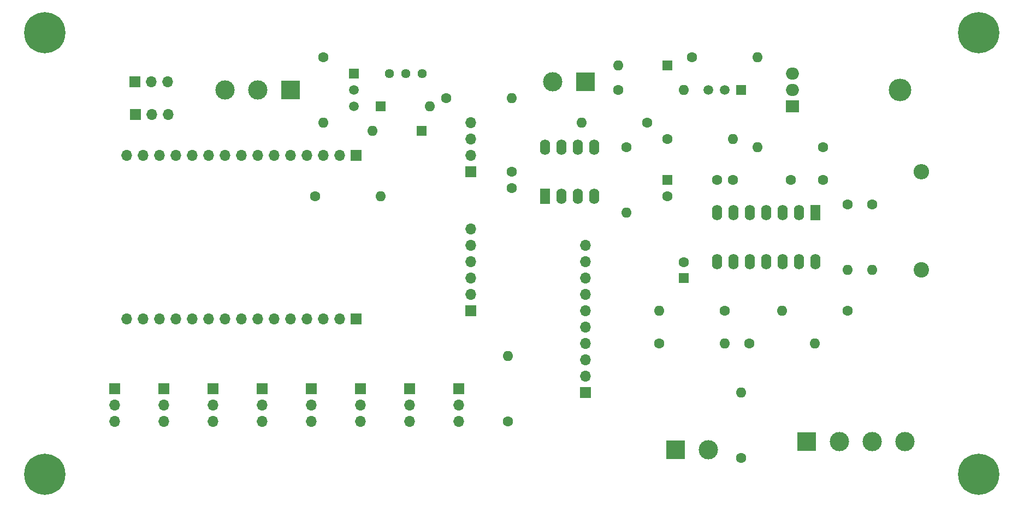
<source format=gts>
G04 #@! TF.GenerationSoftware,KiCad,Pcbnew,(6.0.9)*
G04 #@! TF.CreationDate,2022-12-06T17:49:46-03:00*
G04 #@! TF.ProjectId,anemometer,616e656d-6f6d-4657-9465-722e6b696361,rev?*
G04 #@! TF.SameCoordinates,Original*
G04 #@! TF.FileFunction,Soldermask,Top*
G04 #@! TF.FilePolarity,Negative*
%FSLAX46Y46*%
G04 Gerber Fmt 4.6, Leading zero omitted, Abs format (unit mm)*
G04 Created by KiCad (PCBNEW (6.0.9)) date 2022-12-06 17:49:46*
%MOMM*%
%LPD*%
G01*
G04 APERTURE LIST*
%ADD10R,1.700000X1.700000*%
%ADD11O,1.700000X1.700000*%
%ADD12C,1.600000*%
%ADD13O,1.600000X1.600000*%
%ADD14C,6.400000*%
%ADD15R,3.000000X3.000000*%
%ADD16C,3.000000*%
%ADD17C,2.400000*%
%ADD18O,2.400000X2.400000*%
%ADD19C,1.440000*%
%ADD20R,1.500000X1.500000*%
%ADD21C,1.500000*%
%ADD22R,1.600000X1.600000*%
%ADD23O,3.500000X3.500000*%
%ADD24R,2.000000X1.905000*%
%ADD25O,2.000000X1.905000*%
%ADD26R,1.600000X2.400000*%
%ADD27O,1.600000X2.400000*%
G04 APERTURE END LIST*
D10*
X128270000Y-86360000D03*
D11*
X125730000Y-86360000D03*
X123190000Y-86360000D03*
X120650000Y-86360000D03*
X118110000Y-86360000D03*
X115570000Y-86360000D03*
X113030000Y-86360000D03*
X110490000Y-86360000D03*
X107950000Y-86360000D03*
X105410000Y-86360000D03*
X102870000Y-86360000D03*
X100330000Y-86360000D03*
X97790000Y-86360000D03*
X95250000Y-86360000D03*
X92710000Y-86360000D03*
D10*
X128270000Y-60960000D03*
D11*
X125730000Y-60960000D03*
X123190000Y-60960000D03*
X120650000Y-60960000D03*
X118110000Y-60960000D03*
X115570000Y-60960000D03*
X113030000Y-60960000D03*
X110490000Y-60960000D03*
X107950000Y-60960000D03*
X105410000Y-60960000D03*
X102870000Y-60960000D03*
X100330000Y-60960000D03*
X97790000Y-60960000D03*
X95250000Y-60960000D03*
X92710000Y-60960000D03*
D10*
X146025000Y-85065000D03*
D11*
X146025000Y-82525000D03*
X146025000Y-79985000D03*
X146025000Y-77445000D03*
X146025000Y-74905000D03*
X146025000Y-72365000D03*
D12*
X121920000Y-67310000D03*
D13*
X132080000Y-67310000D03*
D10*
X98425000Y-97155000D03*
D11*
X98425000Y-99695000D03*
X98425000Y-102235000D03*
D10*
X113665000Y-97155000D03*
D11*
X113665000Y-99695000D03*
X113665000Y-102235000D03*
D10*
X128905000Y-97155000D03*
D11*
X128905000Y-99695000D03*
X128905000Y-102235000D03*
D10*
X90805000Y-97155000D03*
D11*
X90805000Y-99695000D03*
X90805000Y-102235000D03*
D10*
X146025000Y-63490000D03*
D11*
X146025000Y-60950000D03*
X146025000Y-58410000D03*
X146025000Y-55870000D03*
D12*
X151765000Y-102235000D03*
D13*
X151765000Y-92075000D03*
D10*
X106045000Y-97155000D03*
D11*
X106045000Y-99695000D03*
X106045000Y-102235000D03*
D10*
X121285000Y-97155000D03*
D11*
X121285000Y-99695000D03*
X121285000Y-102235000D03*
D10*
X93995000Y-54585000D03*
D11*
X96535000Y-54585000D03*
X99075000Y-54585000D03*
D12*
X195620000Y-64770000D03*
X200620000Y-64770000D03*
D14*
X224790000Y-41910000D03*
D12*
X204470000Y-85090000D03*
D13*
X194310000Y-85090000D03*
D15*
X198120000Y-105410000D03*
D16*
X203200000Y-105410000D03*
X208280000Y-105410000D03*
X213360000Y-105410000D03*
D17*
X215900000Y-78740000D03*
D18*
X215900000Y-63500000D03*
D12*
X175260000Y-90170000D03*
D13*
X185420000Y-90170000D03*
D12*
X187960000Y-107950000D03*
D13*
X187960000Y-97790000D03*
D19*
X138440000Y-48260000D03*
X135900000Y-48260000D03*
X133360000Y-48260000D03*
D12*
X180340000Y-45720000D03*
D13*
X190500000Y-45720000D03*
D20*
X127910000Y-48260000D03*
D21*
X127910000Y-50800000D03*
X127910000Y-53340000D03*
D15*
X177800000Y-106680000D03*
D16*
X182880000Y-106680000D03*
D22*
X179070000Y-80010000D03*
D12*
X179070000Y-77510000D03*
D14*
X80010000Y-41910000D03*
D12*
X170180000Y-59690000D03*
D13*
X170180000Y-69850000D03*
D12*
X173355000Y-55880000D03*
D13*
X163195000Y-55880000D03*
D12*
X142240000Y-52070000D03*
D13*
X152400000Y-52070000D03*
D22*
X138430000Y-57150000D03*
D13*
X130810000Y-57150000D03*
D12*
X176530000Y-58420000D03*
D13*
X186690000Y-58420000D03*
D15*
X163830000Y-49530000D03*
D16*
X158750000Y-49530000D03*
D15*
X118110000Y-50800000D03*
D16*
X113030000Y-50800000D03*
X107950000Y-50800000D03*
D12*
X168910000Y-50800000D03*
D13*
X179070000Y-50800000D03*
D12*
X189230000Y-90170000D03*
D13*
X199390000Y-90170000D03*
D23*
X212550000Y-50800000D03*
D24*
X195890000Y-53340000D03*
D25*
X195890000Y-50800000D03*
X195890000Y-48260000D03*
D14*
X224790000Y-110490000D03*
D10*
X144145000Y-97155000D03*
D11*
X144145000Y-99695000D03*
X144145000Y-102235000D03*
D26*
X157490000Y-67325000D03*
D27*
X160030000Y-67325000D03*
X162570000Y-67325000D03*
X165110000Y-67325000D03*
X165110000Y-59705000D03*
X162570000Y-59705000D03*
X160030000Y-59705000D03*
X157490000Y-59705000D03*
D12*
X185420000Y-85090000D03*
D13*
X175260000Y-85090000D03*
D10*
X136525000Y-97155000D03*
D11*
X136525000Y-99695000D03*
X136525000Y-102235000D03*
D10*
X93965000Y-49530000D03*
D11*
X96505000Y-49530000D03*
X99045000Y-49530000D03*
D12*
X200660000Y-59690000D03*
D13*
X190500000Y-59690000D03*
D12*
X204470000Y-68580000D03*
D13*
X204470000Y-78740000D03*
D12*
X208280000Y-68580000D03*
D13*
X208280000Y-78740000D03*
D22*
X176530000Y-64770000D03*
D12*
X176530000Y-67270000D03*
D14*
X80010000Y-110490000D03*
D12*
X186690000Y-64770000D03*
X184190000Y-64770000D03*
X123190000Y-45720000D03*
D13*
X123190000Y-55880000D03*
D20*
X187960000Y-50800000D03*
D21*
X185420000Y-50800000D03*
X182880000Y-50800000D03*
D12*
X152400000Y-63500000D03*
X152400000Y-66000000D03*
D22*
X132080000Y-53340000D03*
D13*
X139700000Y-53340000D03*
D26*
X199395000Y-69860000D03*
D27*
X196855000Y-69860000D03*
X194315000Y-69860000D03*
X191775000Y-69860000D03*
X189235000Y-69860000D03*
X186695000Y-69860000D03*
X184155000Y-69860000D03*
X184155000Y-77480000D03*
X186695000Y-77480000D03*
X189235000Y-77480000D03*
X191775000Y-77480000D03*
X194315000Y-77480000D03*
X196855000Y-77480000D03*
X199395000Y-77480000D03*
D22*
X176530000Y-46990000D03*
D13*
X168910000Y-46990000D03*
D10*
X163805000Y-97760000D03*
D11*
X163805000Y-95220000D03*
X163805000Y-92680000D03*
X163805000Y-90140000D03*
X163805000Y-87600000D03*
X163805000Y-85060000D03*
X163805000Y-82520000D03*
X163805000Y-79980000D03*
X163805000Y-77440000D03*
X163805000Y-74900000D03*
M02*

</source>
